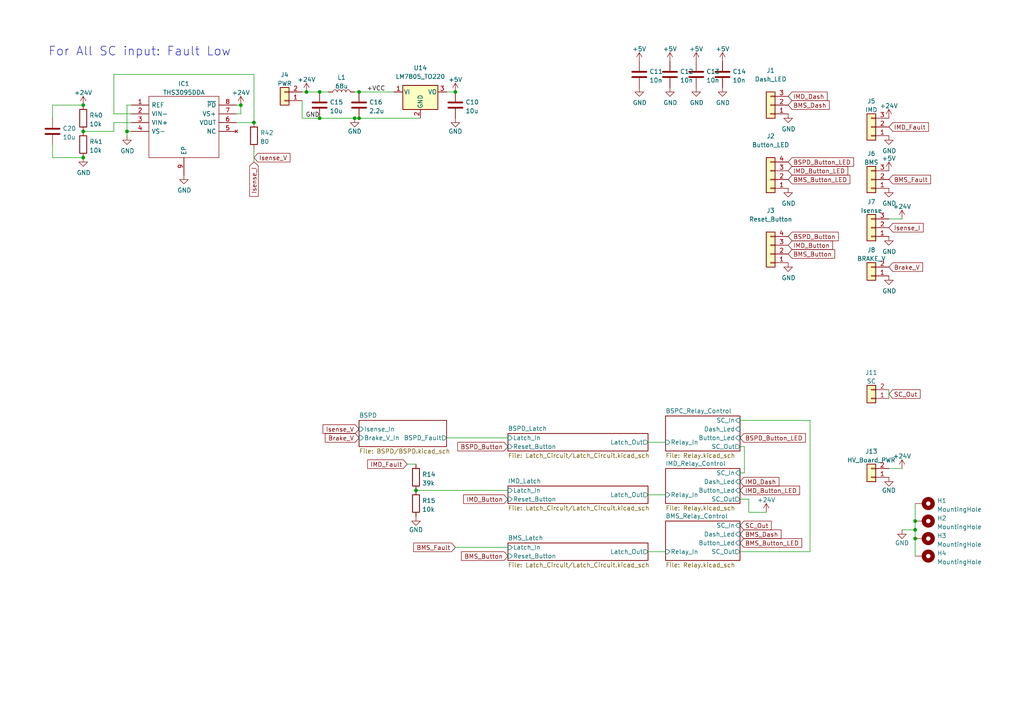
<source format=kicad_sch>
(kicad_sch (version 20230121) (generator eeschema)
  (paper "A4")
  (title_block (title "HV Board") (date "2022-03-16") (rev "Shih-Kang, Wu") (company "NTU Racing Team PowerTrain Group"))
  (lib_symbols
    (symbol "Connector_Generic:Conn_01x02" (pin_names (offset 1.016) hide)
      (property "Reference" "J" (at 0 2.54 0))
      (property "Value" "Conn_01x02" (at 0 -5.08 0))
      (symbol "Conn_01x02_1_1"
        (rectangle (start -1.27 -2.413) (end 0 -2.667) (stroke (width 0.1524)))
        (rectangle (start -1.27 0.127) (end 0 -0.127) (stroke (width 0.1524)))
        (rectangle (start -1.27 1.27) (end 1.27 -3.81) (stroke (width 0.254)) (fill (type background)))
        (pin passive line (at -5.08 0 0) (length 3.81) (name "Pin_1") (number "1"))
        (pin passive line (at -5.08 -2.54 0) (length 3.81) (name "Pin_2") (number "2"))
      )
    )
    (symbol "Connector_Generic:Conn_01x03" (pin_names (offset 1.016) hide)
      (property "Reference" "J" (at 0 5.08 0))
      (property "Value" "Conn_01x03" (at 0 -5.08 0))
      (symbol "Conn_01x03_1_1"
        (rectangle (start -1.27 -2.413) (end 0 -2.667) (stroke (width 0.1524)))
        (rectangle (start -1.27 0.127) (end 0 -0.127) (stroke (width 0.1524)))
        (rectangle (start -1.27 2.667) (end 0 2.413) (stroke (width 0.1524)))
        (rectangle (start -1.27 3.81) (end 1.27 -3.81) (stroke (width 0.254)) (fill (type background)))
        (pin passive line (at -5.08 2.54 0) (length 3.81) (name "Pin_1") (number "1"))
        (pin passive line (at -5.08 0 0) (length 3.81) (name "Pin_2") (number "2"))
        (pin passive line (at -5.08 -2.54 0) (length 3.81) (name "Pin_3") (number "3"))
      )
    )
    (symbol "Connector_Generic:Conn_01x04" (pin_names (offset 1.016) hide)
      (property "Reference" "J" (at 0 5.08 0))
      (property "Value" "Conn_01x04" (at 0 -7.62 0))
      (symbol "Conn_01x04_1_1"
        (rectangle (start -1.27 -4.953) (end 0 -5.207) (stroke (width 0.1524)))
        (rectangle (start -1.27 -2.413) (end 0 -2.667) (stroke (width 0.1524)))
        (rectangle (start -1.27 0.127) (end 0 -0.127) (stroke (width 0.1524)))
        (rectangle (start -1.27 2.667) (end 0 2.413) (stroke (width 0.1524)))
        (rectangle (start -1.27 3.81) (end 1.27 -6.35) (stroke (width 0.254)) (fill (type background)))
        (pin passive line (at -5.08 2.54 0) (length 3.81) (name "Pin_1") (number "1"))
        (pin passive line (at -5.08 0 0) (length 3.81) (name "Pin_2") (number "2"))
        (pin passive line (at -5.08 -2.54 0) (length 3.81) (name "Pin_3") (number "3"))
        (pin passive line (at -5.08 -5.08 0) (length 3.81) (name "Pin_4") (number "4"))
      )
    )
    (symbol "Device:C" (pin_numbers hide) (pin_names (offset 0.254))
      (property "Reference" "C" (at 0.635 2.54 0))
      (property "Value" "C" (at 0.635 -2.54 0))
      (symbol "C_0_1"
        (polyline (pts (xy -2.032 -0.762) (xy 2.032 -0.762)) (stroke (width 0.508)))
        (polyline (pts (xy -2.032 0.762) (xy 2.032 0.762)) (stroke (width 0.508)))
      )
      (symbol "C_1_1"
        (pin passive line (at 0 3.81 270) (length 2.794) (name "~") (number "1"))
        (pin passive line (at 0 -3.81 90) (length 2.794) (name "~") (number "2"))
      )
    )
    (symbol "Device:L" (pin_numbers hide) (pin_names (offset 1.016) hide)
      (property "Reference" "L" (at -1.27 0 90))
      (property "Value" "L" (at 1.905 0 90))
      (symbol "L_0_1"
        (arc (start 0 -2.54) (mid 0.6323 -1.905) (end 0 -1.27))
        (arc (start 0 -1.27) (mid 0.6323 -0.635) (end 0 0))
        (arc (start 0 0) (mid 0.6323 0.635) (end 0 1.27))
        (arc (start 0 1.27) (mid 0.6323 1.905) (end 0 2.54))
      )
      (symbol "L_1_1"
        (pin passive line (at 0 3.81 270) (length 1.27) (name "1") (number "1"))
        (pin passive line (at 0 -3.81 90) (length 1.27) (name "2") (number "2"))
      )
    )
    (symbol "Device:R" (pin_numbers hide) (pin_names (offset 0))
      (property "Reference" "R" (at 2.032 0 90))
      (property "Value" "R" (at 0 0 90))
      (symbol "R_0_1"
        (rectangle (start -1.016 -2.54) (end 1.016 2.54) (stroke (width 0.254)))
      )
      (symbol "R_1_1"
        (pin passive line (at 0 3.81 270) (length 1.27) (name "~") (number "1"))
        (pin passive line (at 0 -3.81 90) (length 1.27) (name "~") (number "2"))
      )
    )
    (symbol "Mechanical:MountingHole_Pad" (pin_numbers hide) (pin_names (offset 1.016) hide)
      (property "Reference" "H" (at 0 6.35 0))
      (property "Value" "MountingHole_Pad" (at 0 4.445 0))
      (symbol "MountingHole_Pad_0_1"
        (circle (center 0 1.27) (radius 1.27) (stroke (width 1.27)))
      )
      (symbol "MountingHole_Pad_1_1"
        (pin input line (at 0 -2.54 90) (length 2.54) (name "1") (number "1"))
      )
    )
    (symbol "Regulator_Linear:LM7805_TO220" (pin_names (offset 0.254))
      (property "Reference" "U" (at -3.81 3.175 0))
      (property "Value" "LM7805_TO220" (at 0 3.175 0))
      (symbol "LM7805_TO220_0_1"
        (rectangle (start -5.08 1.905) (end 5.08 -5.08) (stroke (width 0.254)) (fill (type background)))
      )
      (symbol "LM7805_TO220_1_1"
        (pin power_in line (at -7.62 0 0) (length 2.54) (name "VI") (number "1"))
        (pin power_in line (at 0 -7.62 90) (length 2.54) (name "GND") (number "2"))
        (pin power_out line (at 7.62 0 180) (length 2.54) (name "VO") (number "3"))
      )
    )
    (symbol "SamacSys_Parts:THS3095DDA" (pin_names (offset 0.762))
      (property "Reference" "IC" (at 26.67 7.62 0))
      (property "Value" "THS3095DDA" (at 26.67 5.08 0))
      (symbol "THS3095DDA_0_0"
        (pin passive line (at 0 0 0) (length 5.08) (name "REF") (number "1"))
        (pin passive line (at 0 -2.54 0) (length 5.08) (name "VIN-") (number "2"))
        (pin passive line (at 0 -5.08 0) (length 5.08) (name "VIN+") (number "3"))
        (pin passive line (at 0 -7.62 0) (length 5.08) (name "VS-") (number "4"))
        (pin no_connect line (at 30.48 -7.62 180) (length 5.08) (name "NC") (number "5"))
        (pin passive line (at 30.48 -5.08 180) (length 5.08) (name "VOUT") (number "6"))
        (pin passive line (at 30.48 -2.54 180) (length 5.08) (name "VS+") (number "7"))
        (pin passive line (at 30.48 0 180) (length 5.08) (name "~{PD}") (number "8"))
        (pin passive line (at 15.24 -20.32 90) (length 5.08) (name "EP") (number "9"))
      )
      (symbol "THS3095DDA_0_1"
        (polyline (pts (xy 5.08 2.54) (xy 25.4 2.54) (xy 25.4 -15.24) (xy 5.08 -15.24) (xy 5.08 2.54)) (stroke (width 0.1524)))
      )
    )
    (symbol "power:+24V" (power) (pin_names (offset 0))
      (property "Value" "+24V" (at 0 3.556 0))
      (symbol "+24V_0_1"
        (polyline (pts (xy -0.762 1.27) (xy 0 2.54)))
        (polyline (pts (xy 0 0) (xy 0 2.54)))
        (polyline (pts (xy 0 2.54) (xy 0.762 1.27)))
      )
      (symbol "+24V_1_1"
        (pin power_in line (at 0 0 90) (length 0) hide (name "+24V") (number "1"))
      )
    )
    (symbol "power:+5V" (power) (pin_names (offset 0))
      (property "Value" "+5V" (at 0 3.556 0))
      (symbol "+5V_0_1"
        (polyline (pts (xy -0.762 1.27) (xy 0 2.54)))
        (polyline (pts (xy 0 0) (xy 0 2.54)))
        (polyline (pts (xy 0 2.54) (xy 0.762 1.27)))
      )
      (symbol "+5V_1_1"
        (pin power_in line (at 0 0 90) (length 0) hide (name "+5V") (number "1"))
      )
    )
    (symbol "power:GND" (power) (pin_names (offset 0))
      (property "Value" "GND" (at 0 -3.81 0))
      (symbol "GND_0_1"
        (polyline (pts (xy 0 0) (xy 0 -1.27) (xy 1.27 -1.27) (xy 0 -2.54) (xy -1.27 -1.27) (xy 0 -1.27)))
      )
      (symbol "GND_1_1"
        (pin power_in line (at 0 0 270) (length 0) hide (name "GND") (number "1"))
      )
    )
  )
  (junction (at 132.08 26.67))
  (junction (at 73.66 35.56))
  (junction (at 24.13 38.1))
  (junction (at 24.13 45.72))
  (junction (at 104.14 26.67))
  (junction (at 88.9 26.67))
  (junction (at 104.14 34.29))
  (junction (at 265.43 151.13))
  (junction (at 265.43 153.67))
  (junction (at 24.13 30.48))
  (junction (at 69.85 30.48))
  (junction (at 120.65 142.24))
  (junction (at 265.43 156.21))
  (junction (at 36.83 38.1))
  (junction (at 92.71 34.29))
  (junction (at 102.87 34.29))
  (junction (at 92.71 26.67))
  (wire (pts (xy 69.85 30.48) (xy 68.58 30.48)))
  (wire (pts (xy 92.71 34.29) (xy 102.87 34.29)))
  (wire (pts (xy 187.96 128.27) (xy 193.04 128.27)))
  (wire (pts (xy 118.11 134.62) (xy 120.65 134.62)))
  (wire (pts (xy 68.58 33.02) (xy 69.85 33.02)))
  (wire (pts (xy 104.14 34.29) (xy 102.87 34.29)))
  (wire (pts (xy 214.63 121.92) (xy 234.95 121.92)))
  (wire (pts (xy 95.25 26.67) (xy 92.71 26.67)))
  (wire (pts (xy 33.02 33.02) (xy 33.02 21.59)))
  (wire (pts (xy 36.83 38.1) (xy 36.83 39.37)))
  (wire (pts (xy 187.96 160.02) (xy 193.04 160.02)))
  (wire (pts (xy 214.63 137.16) (xy 215.9 137.16)))
  (wire (pts (xy 187.96 143.51) (xy 193.04 143.51)))
  (wire (pts (xy 257.81 63.5) (xy 261.62 63.5)))
  (wire (pts (xy 265.43 153.67) (xy 265.43 151.13)))
  (wire (pts (xy 69.85 33.02) (xy 69.85 30.48)))
  (wire (pts (xy 92.71 26.67) (xy 88.9 26.67)))
  (wire (pts (xy 15.24 41.91) (xy 15.24 45.72)))
  (wire (pts (xy 217.17 148.59) (xy 217.17 144.78)))
  (wire (pts (xy 257.81 113.03) (xy 257.81 115.57)))
  (wire (pts (xy 217.17 144.78) (xy 214.63 144.78)))
  (wire (pts (xy 265.43 153.67) (xy 265.43 156.21)))
  (wire (pts (xy 15.24 45.72) (xy 24.13 45.72)))
  (wire (pts (xy 15.24 30.48) (xy 15.24 34.29)))
  (wire (pts (xy 265.43 151.13) (xy 265.43 146.05)))
  (wire (pts (xy 104.14 34.29) (xy 121.92 34.29)))
  (wire (pts (xy 104.14 26.67) (xy 114.3 26.67)))
  (wire (pts (xy 73.66 21.59) (xy 73.66 35.56)))
  (wire (pts (xy 120.65 142.24) (xy 147.32 142.24)))
  (wire (pts (xy 234.95 160.02) (xy 214.63 160.02)))
  (wire (pts (xy 234.95 121.92) (xy 234.95 160.02)))
  (wire (pts (xy 24.13 30.48) (xy 15.24 30.48)))
  (wire (pts (xy 87.63 26.67) (xy 88.9 26.67)))
  (wire (pts (xy 261.62 153.67) (xy 265.43 153.67)))
  (wire (pts (xy 36.83 30.48) (xy 36.83 38.1)))
  (wire (pts (xy 87.63 34.29) (xy 92.71 34.29)))
  (wire (pts (xy 38.1 33.02) (xy 33.02 33.02)))
  (wire (pts (xy 38.1 35.56) (xy 33.02 35.56)))
  (wire (pts (xy 33.02 38.1) (xy 24.13 38.1)))
  (wire (pts (xy 132.08 158.75) (xy 147.32 158.75)))
  (wire (pts (xy 102.87 26.67) (xy 104.14 26.67)))
  (wire (pts (xy 73.66 35.56) (xy 68.58 35.56)))
  (wire (pts (xy 87.63 29.21) (xy 87.63 34.29)))
  (wire (pts (xy 257.81 135.89) (xy 261.62 135.89)))
  (wire (pts (xy 129.54 127) (xy 147.32 127)))
  (wire (pts (xy 36.83 38.1) (xy 38.1 38.1)))
  (wire (pts (xy 222.25 148.59) (xy 217.17 148.59)))
  (wire (pts (xy 215.9 137.16) (xy 215.9 129.54)))
  (wire (pts (xy 265.43 156.21) (xy 265.43 161.29)))
  (wire (pts (xy 129.54 26.67) (xy 132.08 26.67)))
  (wire (pts (xy 33.02 35.56) (xy 33.02 38.1)))
  (wire (pts (xy 73.66 43.18) (xy 73.66 46.99)))
  (wire (pts (xy 33.02 21.59) (xy 73.66 21.59)))
  (wire (pts (xy 36.83 30.48) (xy 38.1 30.48)))
  (wire (pts (xy 215.9 129.54) (xy 214.63 129.54)))
  (text "For All SC input: Fault Low\n" (at 13.97 16.51 0) (effects (font (size 2.54 2.54)) (justify left bottom)))
  (label "+VCC" (at 111.76 26.67 180))
  (label "GND" (at 92.71 34.29 180))
  (global_label "BMS_Dash" (shape input) (at 214.63 154.94 0) (property "Intersheetrefs" "${INTERSHEET_REFS}" (effects hide)))
  (global_label "IMD_Button" (shape input) (at 228.6 71.12 0) (property "Intersheetrefs" "${INTERSHEET_REFS}" (effects hide)))
  (global_label "IMD_Button_LED" (shape input) (at 214.63 142.24 0) (property "Intersheetrefs" "${INTERSHEET_REFS}" (effects hide)))
  (global_label "SC_Out" (shape input) (at 257.81 114.3 0) (property "Intersheetrefs" "${INTERSHEET_REFS}" (effects hide)))
  (global_label "BMS_Button" (shape input) (at 147.32 161.29 180) (property "Intersheetrefs" "${INTERSHEET_REFS}" (effects hide)))
  (global_label "BMS_Button_LED" (shape input) (at 214.63 157.48 0) (property "Intersheetrefs" "${INTERSHEET_REFS}" (effects hide)))
  (global_label "Isense_I" (shape input) (at 257.81 66.04 0) (property "Intersheetrefs" "${INTERSHEET_REFS}" (effects hide)))
  (global_label "BMS_Dash" (shape input) (at 228.6 30.48 0) (property "Intersheetrefs" "${INTERSHEET_REFS}" (effects hide)))
  (global_label "BMS_Fault" (shape input) (at 132.08 158.75 180) (property "Intersheetrefs" "${INTERSHEET_REFS}" (effects hide)))
  (global_label "IMD_Dash" (shape input) (at 228.6 27.94 0) (property "Intersheetrefs" "${INTERSHEET_REFS}" (effects hide)))
  (global_label "IMD_Button_LED" (shape input) (at 228.6 49.53 0) (property "Intersheetrefs" "${INTERSHEET_REFS}" (effects hide)))
  (global_label "BSPD_Button_LED" (shape input) (at 214.63 127 0) (property "Intersheetrefs" "${INTERSHEET_REFS}" (effects hide)))
  (global_label "Brake_V" (shape input) (at 257.81 77.47 0) (property "Intersheetrefs" "${INTERSHEET_REFS}" (effects hide)))
  (global_label "IMD_Dash" (shape input) (at 214.63 139.7 0) (property "Intersheetrefs" "${INTERSHEET_REFS}" (effects hide)))
  (global_label "Isense_V" (shape input) (at 73.66 45.72 0) (property "Intersheetrefs" "${INTERSHEET_REFS}" (effects hide)))
  (global_label "IMD_Fault" (shape input) (at 257.81 36.83 0) (property "Intersheetrefs" "${INTERSHEET_REFS}" (effects hide)))
  (global_label "IMD_Button" (shape input) (at 147.32 144.78 180) (property "Intersheetrefs" "${INTERSHEET_REFS}" (effects hide)))
  (global_label "BSPD_Button" (shape input) (at 147.32 129.54 180) (property "Intersheetrefs" "${INTERSHEET_REFS}" (effects hide)))
  (global_label "BMS_Button_LED" (shape input) (at 228.6 52.07 0) (property "Intersheetrefs" "${INTERSHEET_REFS}" (effects hide)))
  (global_label "BMS_Button" (shape input) (at 228.6 73.66 0) (property "Intersheetrefs" "${INTERSHEET_REFS}" (effects hide)))
  (global_label "IMD_Fault" (shape input) (at 118.11 134.62 180) (property "Intersheetrefs" "${INTERSHEET_REFS}" (effects hide)))
  (global_label "BSPD_Button" (shape input) (at 228.6 68.58 0) (property "Intersheetrefs" "${INTERSHEET_REFS}" (effects hide)))
  (global_label "BSPD_Button_LED" (shape input) (at 228.6 46.99 0) (property "Intersheetrefs" "${INTERSHEET_REFS}" (effects hide)))
  (global_label "Isense_V" (shape input) (at 104.14 124.46 180) (property "Intersheetrefs" "${INTERSHEET_REFS}" (effects hide)))
  (global_label "Isense_I" (shape input) (at 73.66 46.99 270) (property "Intersheetrefs" "${INTERSHEET_REFS}" (effects hide)))
  (global_label "Brake_V" (shape input) (at 104.14 127 180) (property "Intersheetrefs" "${INTERSHEET_REFS}" (effects hide)))
  (global_label "BMS_Fault" (shape input) (at 257.81 52.07 0) (property "Intersheetrefs" "${INTERSHEET_REFS}" (effects hide)))
  (global_label "SC_Out" (shape input) (at 214.63 152.4 0) (property "Intersheetrefs" "${INTERSHEET_REFS}" (effects hide)))
  (symbol (lib_id "Device:R") (at 73.66 39.37 0) (unit 1)
    (property "Reference" "R42" (at 75.438 38.5353 0) (effects (justify left)))
    (property "Value" "80" (at 75.438 41.0722 0) (effects (justify left)))
    (property "Footprint" "Resistor_THT:R_Axial_Power_L38.0mm_W6.4mm_P40.64mm" (effects hide))
  )
  (symbol (lib_id "Device:R") (at 24.13 41.91 0) (unit 1)
    (property "Reference" "R41" (at 25.908 41.0753 0) (effects (justify left)))
    (property "Value" "10k" (at 25.908 43.6122 0) (effects (justify left)))
    (property "Footprint" "Resistor_SMD:R_0805_2012Metric_Pad1.20x1.40mm_HandSolder" (effects hide))
  )
  (symbol (lib_id "power:GND") (at 228.6 54.61 0) (unit 1)
    (property "Reference" "#PWR02" (effects hide))
    (property "Value" "GND" (at 228.727 59.0042 0))
  )
  (symbol (lib_id "power:GND") (at 228.6 76.2 0) (unit 1)
    (property "Reference" "#PWR03" (effects hide))
    (property "Value" "GND" (at 228.727 80.5942 0))
  )
  (symbol (lib_id "Connector_Generic:Conn_01x02") (at 252.73 80.01 180) (unit 1)
    (property "Reference" "J8" (at 252.73 72.5002 0))
    (property "Value" "BRAKE_V" (at 252.73 75.0371 0))
    (property "Footprint" "Connector_JST:JST_PH_B2B-PH-K_1x02_P2.00mm_Vertical" (effects hide))
  )
  (symbol (lib_id "Mechanical:MountingHole_Pad") (at 267.97 161.29 270) (unit 1)
    (property "Reference" "H4" (at 271.78 160.4553 90) (effects (justify left)))
    (property "Value" "MountingHole" (at 271.78 162.9922 90) (effects (justify left)))
    (property "Footprint" "MountingHole:MountingHole_4.3mm_M4_Pad_Via" (effects hide))
  )
  (symbol (lib_id "power:+5V") (at 132.08 26.67 0) (unit 1)
    (property "Reference" "#PWR016" (effects hide))
    (property "Value" "+5V" (at 132.08 23.0942 0))
  )
  (symbol (lib_id "power:+5V") (at 185.42 17.78 0) (unit 1)
    (property "Reference" "#PWR0118" (effects hide))
    (property "Value" "+5V" (at 185.42 14.2042 0))
  )
  (symbol (lib_id "power:GND") (at 120.65 149.86 0) (unit 1)
    (property "Reference" "#PWR09" (effects hide))
    (property "Value" "GND" (at 120.65 153.67 0))
  )
  (symbol (lib_id "Device:C") (at 194.31 21.59 0) (unit 1)
    (property "Reference" "C12" (at 197.231 20.7553 0) (effects (justify left)))
    (property "Value" "10n" (at 197.231 23.2922 0) (effects (justify left)))
    (property "Footprint" "Capacitor_SMD:C_0805_2012Metric_Pad1.18x1.45mm_HandSolder" (effects hide))
  )
  (symbol (lib_id "power:GND") (at 257.81 68.58 0) (unit 1)
    (property "Reference" "#PWR06" (effects hide))
    (property "Value" "GND" (at 257.937 72.9742 0))
  )
  (symbol (lib_id "Connector_Generic:Conn_01x02") (at 252.73 115.57 180) (unit 1)
    (property "Reference" "J11" (at 252.73 108.0602 0))
    (property "Value" "SC" (at 252.73 110.5971 0))
    (property "Footprint" "Connector_JST:JST_PH_B2B-PH-K_1x02_P2.00mm_Vertical" (effects hide))
  )
  (symbol (lib_id "Device:C") (at 209.55 21.59 0) (unit 1)
    (property "Reference" "C14" (at 212.471 20.7553 0) (effects (justify left)))
    (property "Value" "10n" (at 212.471 23.2922 0) (effects (justify left)))
    (property "Footprint" "Capacitor_SMD:C_0805_2012Metric_Pad1.18x1.45mm_HandSolder" (effects hide))
  )
  (symbol (lib_id "Device:R") (at 120.65 138.43 0) (unit 1)
    (property "Reference" "R14" (at 122.428 137.5953 0) (effects (justify left)))
    (property "Value" "39k" (at 122.428 140.1322 0) (effects (justify left)))
    (property "Footprint" "Resistor_SMD:R_0805_2012Metric_Pad1.20x1.40mm_HandSolder" (effects hide))
  )
  (symbol (lib_id "power:+5V") (at 257.81 49.53 0) (unit 1)
    (property "Reference" "#PWR0114" (effects hide))
    (property "Value" "+5V" (at 257.81 45.9542 0))
  )
  (symbol (lib_id "power:+24V") (at 24.13 30.48 0) (unit 1)
    (property "Reference" "#PWR0129" (effects hide))
    (property "Value" "+24V" (at 24.13 26.9042 0))
  )
  (symbol (lib_id "power:GND") (at 257.81 80.01 0) (unit 1)
    (property "Reference" "#PWR07" (effects hide))
    (property "Value" "GND" (at 257.937 84.4042 0))
  )
  (symbol (lib_id "Mechanical:MountingHole_Pad") (at 267.97 146.05 270) (unit 1)
    (property "Reference" "H1" (at 271.78 145.2153 90) (effects (justify left)))
    (property "Value" "MountingHole" (at 271.78 147.7522 90) (effects (justify left)))
    (property "Footprint" "MountingHole:MountingHole_4.3mm_M4_Pad_Via" (effects hide))
  )
  (symbol (lib_id "power:GND") (at 228.6 33.02 0) (unit 1)
    (property "Reference" "#PWR01" (effects hide))
    (property "Value" "GND" (at 228.727 37.4142 0))
  )
  (symbol (lib_id "Mechanical:MountingHole_Pad") (at 267.97 151.13 270) (unit 1)
    (property "Reference" "H2" (at 271.78 150.2953 90) (effects (justify left)))
    (property "Value" "MountingHole" (at 271.78 152.8322 90) (effects (justify left)))
    (property "Footprint" "MountingHole:MountingHole_4.3mm_M4_Pad_Via" (effects hide))
  )
  (symbol (lib_id "Device:C") (at 185.42 21.59 0) (unit 1)
    (property "Reference" "C11" (at 188.341 20.7553 0) (effects (justify left)))
    (property "Value" "10n" (at 188.341 23.2922 0) (effects (justify left)))
    (property "Footprint" "Capacitor_SMD:C_0805_2012Metric_Pad1.18x1.45mm_HandSolder" (effects hide))
  )
  (symbol (lib_id "power:+24V") (at 222.25 148.59 0) (unit 1)
    (property "Reference" "#PWR0138" (effects hide))
    (property "Value" "+24V" (at 222.25 145.0142 0))
  )
  (symbol (lib_id "SamacSys_Parts:THS3095DDA") (at 38.1 30.48 0) (unit 1)
    (property "Reference" "IC1" (at 53.34 24.291 0))
    (property "Value" "THS3095DDA" (at 53.34 26.8279 0))
    (property "Footprint" "SamacSys_Parts:SOIC127P600X170-9N" (effects hide))
    (property "Datasheet" "http://www.ti.com/lit/gpn/ths3095" (effects hide))
    (property "Description" "Single- High-Voltage, Low Distortion, Current-Feedback Operational Amplifier with Power-down" (effects hide))
    (property "Height" "1.7" (effects hide))
    (property "Mouser Part Number" "595-THS3095DDA" (effects hide))
    (property "Mouser Price/Stock" "https://www.mouser.co.uk/ProductDetail/Texas-Instruments/THS3095DDA?qs=ZmJdcv7QZ9qkrGkrje%2FO8g%3D%3D" (effects hide))
    (property "Manufacturer_Name" "Texas Instruments" (effects hide))
    (property "Manufacturer_Part_Number" "THS3095DDA" (effects hide))
  )
  (symbol (lib_id "power:GND") (at 36.83 39.37 0) (unit 1)
    (property "Reference" "#PWR0128" (effects hide))
    (property "Value" "GND" (at 36.957 43.7642 0))
  )
  (symbol (lib_id "power:+24V") (at 261.62 63.5 0) (unit 1)
    (property "Reference" "#PWR0126" (effects hide))
    (property "Value" "+24V" (at 261.62 59.9242 0))
  )
  (symbol (lib_id "power:GND") (at 53.34 50.8 0) (unit 1)
    (property "Reference" "#PWR0137" (effects hide))
    (property "Value" "GND" (at 53.467 55.1942 0))
  )
  (symbol (lib_id "power:+24V") (at 261.62 135.89 0) (unit 1)
    (property "Reference" "#PWR014" (effects hide))
    (property "Value" "+24V" (at 261.62 132.3142 0))
  )
  (symbol (lib_id "power:GND") (at 201.93 25.4 0) (unit 1)
    (property "Reference" "#PWR0123" (effects hide))
    (property "Value" "GND" (at 202.057 29.7942 0))
  )
  (symbol (lib_id "Connector_Generic:Conn_01x04") (at 223.52 73.66 180) (unit 1)
    (property "Reference" "J3" (at 223.52 61.0702 0))
    (property "Value" "Reset_Button" (at 223.52 63.6071 0))
    (property "Footprint" "Connector_JST:JST_PH_B4B-PH-K_1x04_P2.00mm_Vertical" (effects hide))
  )
  (symbol (lib_id "power:GND") (at 185.42 25.4 0) (unit 1)
    (property "Reference" "#PWR0119" (effects hide))
    (property "Value" "GND" (at 185.547 29.7942 0))
  )
  (symbol (lib_id "Regulator_Linear:LM7805_TO220") (at 121.92 26.67 0) (unit 1)
    (property "Reference" "U14" (at 121.92 19.685 0))
    (property "Value" "LM7805_TO220" (at 121.92 22.225 0))
    (property "Footprint" "Package_TO_SOT_THT:TO-220-3_Vertical" (effects hide))
    (property "Datasheet" "https://www.onsemi.cn/PowerSolutions/document/MC7800-D.PDF" (effects hide))
  )
  (symbol (lib_id "Connector_Generic:Conn_01x02") (at 252.73 138.43 180) (unit 1)
    (property "Reference" "J13" (at 252.73 130.9202 0))
    (property "Value" "HV_Board_PWR" (at 252.73 133.4571 0))
    (property "Footprint" "Connector_JST:JST_PH_B2B-PH-K_1x02_P2.00mm_Vertical" (effects hide))
  )
  (symbol (lib_id "power:GND") (at 257.81 138.43 0) (unit 1)
    (property "Reference" "#PWR011" (effects hide))
    (property "Value" "GND" (at 257.81 142.24 0))
  )
  (symbol (lib_id "Connector_Generic:Conn_01x03") (at 223.52 30.48 180) (unit 1)
    (property "Reference" "J1" (at 223.52 20.4302 0))
    (property "Value" "Dash_LED" (at 223.52 22.9671 0))
    (property "Footprint" "Connector_JST:JST_PH_B3B-PH-K_1x03_P2.00mm_Vertical" (effects hide))
  )
  (symbol (lib_id "Device:R") (at 120.65 146.05 0) (unit 1)
    (property "Reference" "R15" (at 122.428 145.2153 0) (effects (justify left)))
    (property "Value" "10k" (at 122.428 147.7522 0) (effects (justify left)))
    (property "Footprint" "Resistor_SMD:R_0805_2012Metric_Pad1.20x1.40mm_HandSolder" (effects hide))
  )
  (symbol (lib_id "Device:C") (at 201.93 21.59 0) (unit 1)
    (property "Reference" "C13" (at 204.851 20.7553 0) (effects (justify left)))
    (property "Value" "10n" (at 204.851 23.2922 0) (effects (justify left)))
    (property "Footprint" "Capacitor_SMD:C_0805_2012Metric_Pad1.18x1.45mm_HandSolder" (effects hide))
  )
  (symbol (lib_id "power:GND") (at 24.13 45.72 0) (unit 1)
    (property "Reference" "#PWR0130" (effects hide))
    (property "Value" "GND" (at 24.257 50.1142 0))
  )
  (symbol (lib_id "Connector_Generic:Conn_01x03") (at 252.73 66.04 180) (unit 1)
    (property "Reference" "J7" (at 252.73 58.5302 0))
    (property "Value" "Isense" (at 252.73 61.0671 0))
    (property "Footprint" "Connector_JST:JST_PH_B3B-PH-K_1x03_P2.00mm_Vertical" (effects hide))
  )
  (symbol (lib_id "power:+24V") (at 257.81 34.29 0) (unit 1)
    (property "Reference" "#PWR0141" (effects hide))
    (property "Value" "+24V" (at 257.81 30.7142 0))
  )
  (symbol (lib_id "power:GND") (at 132.08 34.29 0) (unit 1)
    (property "Reference" "#PWR08" (effects hide))
    (property "Value" "GND" (at 132.08 38.1 0))
  )
  (symbol (lib_id "power:+24V") (at 88.9 26.67 0) (unit 1)
    (property "Reference" "#PWR012" (effects hide))
    (property "Value" "+24V" (at 88.9 23.0942 0))
  )
  (symbol (lib_id "power:+5V") (at 201.93 17.78 0) (unit 1)
    (property "Reference" "#PWR0122" (effects hide))
    (property "Value" "+5V" (at 201.93 14.2042 0))
  )
  (symbol (lib_id "Device:C") (at 104.14 30.48 0) (unit 1)
    (property "Reference" "C16" (at 107.061 29.6453 0) (effects (justify left)))
    (property "Value" "2.2u" (at 107.061 32.1822 0) (effects (justify left)))
    (property "Footprint" "Capacitor_SMD:C_1206_3216Metric_Pad1.33x1.80mm_HandSolder" (effects hide))
  )
  (symbol (lib_id "Mechanical:MountingHole_Pad") (at 267.97 156.21 270) (unit 1)
    (property "Reference" "H3" (at 271.78 155.3753 90) (effects (justify left)))
    (property "Value" "MountingHole" (at 271.78 157.9122 90) (effects (justify left)))
    (property "Footprint" "MountingHole:MountingHole_4.3mm_M4_Pad_Via" (effects hide))
  )
  (symbol (lib_id "power:+24V") (at 69.85 30.48 0) (unit 1)
    (property "Reference" "#PWR0127" (effects hide))
    (property "Value" "+24V" (at 69.85 26.9042 0))
  )
  (symbol (lib_id "Connector_Generic:Conn_01x03") (at 252.73 52.07 180) (unit 1)
    (property "Reference" "J6" (at 252.73 44.5602 0))
    (property "Value" "BMS" (at 252.73 47.0971 0))
    (property "Footprint" "Connector_JST:JST_PH_B3B-PH-K_1x03_P2.00mm_Vertical" (effects hide))
  )
  (symbol (lib_id "power:+5V") (at 209.55 17.78 0) (unit 1)
    (property "Reference" "#PWR0124" (effects hide))
    (property "Value" "+5V" (at 209.55 14.2042 0))
  )
  (symbol (lib_id "Device:C") (at 15.24 38.1 0) (unit 1)
    (property "Reference" "C20" (at 18.161 37.2653 0) (effects (justify left)))
    (property "Value" "10u" (at 18.161 39.8022 0) (effects (justify left)))
    (property "Footprint" "Capacitor_SMD:C_1206_3216Metric_Pad1.33x1.80mm_HandSolder" (effects hide))
  )
  (symbol (lib_id "Device:C") (at 92.71 30.48 0) (unit 1)
    (property "Reference" "C15" (at 95.631 29.6453 0) (effects (justify left)))
    (property "Value" "10u" (at 95.631 32.1822 0) (effects (justify left)))
    (property "Footprint" "Capacitor_SMD:C_1206_3216Metric_Pad1.33x1.80mm_HandSolder" (effects hide))
  )
  (symbol (lib_id "Device:R") (at 24.13 34.29 0) (unit 1)
    (property "Reference" "R40" (at 25.908 33.4553 0) (effects (justify left)))
    (property "Value" "10k" (at 25.908 35.9922 0) (effects (justify left)))
    (property "Footprint" "Resistor_SMD:R_0805_2012Metric_Pad1.20x1.40mm_HandSolder" (effects hide))
  )
  (symbol (lib_id "Connector_Generic:Conn_01x04") (at 223.52 52.07 180) (unit 1)
    (property "Reference" "J2" (at 223.52 39.4802 0))
    (property "Value" "Button_LED" (at 223.52 42.0171 0))
    (property "Footprint" "Connector_JST:JST_PH_B4B-PH-K_1x04_P2.00mm_Vertical" (effects hide))
  )
  (symbol (lib_id "Connector_Generic:Conn_01x02") (at 82.55 29.21 180) (unit 1)
    (property "Reference" "J4" (at 82.55 21.7002 0))
    (property "Value" "PWR" (at 82.55 24.2371 0))
    (property "Footprint" "Connector_JST:JST_PH_B2B-PH-K_1x02_P2.00mm_Vertical" (effects hide))
  )
  (symbol (lib_id "power:GND") (at 257.81 54.61 0) (unit 1)
    (property "Reference" "#PWR05" (effects hide))
    (property "Value" "GND" (at 257.937 59.0042 0))
  )
  (symbol (lib_id "power:GND") (at 257.81 39.37 0) (unit 1)
    (property "Reference" "#PWR04" (effects hide))
    (property "Value" "GND" (at 257.937 43.7642 0))
  )
  (symbol (lib_id "power:GND") (at 209.55 25.4 0) (unit 1)
    (property "Reference" "#PWR0125" (effects hide))
    (property "Value" "GND" (at 209.677 29.7942 0))
  )
  (symbol (lib_id "power:+5V") (at 194.31 17.78 0) (unit 1)
    (property "Reference" "#PWR0120" (effects hide))
    (property "Value" "+5V" (at 194.31 14.2042 0))
  )
  (symbol (lib_id "Connector_Generic:Conn_01x03") (at 252.73 36.83 180) (unit 1)
    (property "Reference" "J5" (at 252.73 29.3202 0))
    (property "Value" "IMD" (at 252.73 31.8571 0))
    (property "Footprint" "Connector_JST:JST_PH_B3B-PH-K_1x03_P2.00mm_Vertical" (effects hide))
  )
  (symbol (lib_id "Device:C") (at 132.08 30.48 0) (unit 1)
    (property "Reference" "C10" (at 135.001 29.6453 0) (effects (justify left)))
    (property "Value" "10u" (at 135.001 32.1822 0) (effects (justify left)))
    (property "Footprint" "Capacitor_SMD:C_1206_3216Metric_Pad1.33x1.80mm_HandSolder" (effects hide))
  )
  (symbol (lib_id "power:GND") (at 194.31 25.4 0) (unit 1)
    (property "Reference" "#PWR0121" (effects hide))
    (property "Value" "GND" (at 194.437 29.7942 0))
  )
  (symbol (lib_id "Device:L") (at 99.06 26.67 90) (unit 1)
    (property "Reference" "L1" (at 99.06 22.4622 90))
    (property "Value" "68u" (at 99.06 24.9991 90))
    (property "Footprint" "SamacSys_Parts:RLS686" (effects hide))
  )
  (symbol (lib_id "power:GND") (at 102.87 34.29 0) (unit 1)
    (property "Reference" "#PWR015" (effects hide))
    (property "Value" "GND" (at 102.87 38.1 0))
  )
  (symbol (lib_id "power:GND") (at 261.62 153.67 0) (unit 1)
    (property "Reference" "#PWR0147" (effects hide))
    (property "Value" "GND" (at 261.62 157.48 0))
  )
  (sheet (at 104.14 121.92) (size 25.4 7.62) (stroke (width 0.1524))
    (property "Sheetname" "BSPD" (at 104.14 121.2084 0) (effects (justify left bottom)))
    (property "Sheetfile" "BSPD/BSPD.kicad_sch" (at 104.14 130.1246 0) (effects (justify left top)))
    (pin "BSPD_Fault" output (at 129.54 127 0))
    (pin "Isense_In" input (at 104.14 124.46 180))
    (pin "Brake_V_In" input (at 104.14 127 180))
  )
  (sheet (at 193.04 135.89) (size 21.59 10.16) (stroke (width 0.1524))
    (property "Sheetname" "IMD_Relay_Control" (at 193.04 135.1784 0) (effects (justify left bottom)))
    (property "Sheetfile" "Relay.kicad_sch" (at 193.04 146.6346 0) (effects (justify left top)))
    (pin "Relay_In" input (at 193.04 143.51 180))
    (pin "SC_In" input (at 214.63 137.16 0))
    (pin "SC_Out" output (at 214.63 144.78 0))
    (pin "Dash_Led" input (at 214.63 139.7 0))
    (pin "Button_Led" input (at 214.63 142.24 0))
  )
  (sheet (at 147.32 125.73) (size 40.64 5.08) (stroke (width 0.1524))
    (property "Sheetname" "BSPD_Latch" (at 147.32 125.0184 0) (effects (justify left bottom)))
    (property "Sheetfile" "Latch_Circuit/Latch_Circuit.kicad_sch" (at 147.32 131.3946 0) (effects (justify left top)))
    (pin "Latch_Out" output (at 187.96 128.27 0))
    (pin "Latch_In" input (at 147.32 127 180))
    (pin "Reset_Button" input (at 147.32 129.54 180))
  )
  (sheet (at 147.32 140.97) (size 40.64 5.08) (stroke (width 0.1524))
    (property "Sheetname" "IMD_Latch" (at 147.32 140.2584 0) (effects (justify left bottom)))
    (property "Sheetfile" "Latch_Circuit/Latch_Circuit.kicad_sch" (at 147.32 146.6346 0) (effects (justify left top)))
    (pin "Latch_Out" output (at 187.96 143.51 0))
    (pin "Latch_In" input (at 147.32 142.24 180))
    (pin "Reset_Button" input (at 147.32 144.78 180))
  )
  (sheet (at 193.04 151.13) (size 21.59 11.43) (stroke (width 0.1524))
    (property "Sheetname" "BMS_Relay_Control" (at 193.04 150.4184 0) (effects (justify left bottom)))
    (property "Sheetfile" "Relay.kicad_sch" (at 193.04 163.1446 0) (effects (justify left top)))
    (pin "Relay_In" input (at 193.04 160.02 180))
    (pin "SC_In" input (at 214.63 152.4 0))
    (pin "SC_Out" output (at 214.63 160.02 0))
    (pin "Dash_Led" input (at 214.63 154.94 0))
    (pin "Button_Led" input (at 214.63 157.48 0))
  )
  (sheet (at 147.32 157.48) (size 40.64 5.08) (stroke (width 0.1524))
    (property "Sheetname" "BMS_Latch" (at 147.32 156.7684 0) (effects (justify left bottom)))
    (property "Sheetfile" "Latch_Circuit/Latch_Circuit.kicad_sch" (at 147.32 163.1446 0) (effects (justify left top)))
    (pin "Latch_Out" output (at 187.96 160.02 0))
    (pin "Latch_In" input (at 147.32 158.75 180))
    (pin "Reset_Button" input (at 147.32 161.29 180))
  )
  (sheet (at 193.04 120.65) (size 21.59 10.16) (stroke (width 0.1524))
    (property "Sheetname" "BSPC_Relay_Control" (at 193.04 119.9384 0) (effects (justify left bottom)))
    (property "Sheetfile" "Relay.kicad_sch" (at 193.04 131.3946 0) (effects (justify left top)))
    (pin "Relay_In" input (at 193.04 128.27 180))
    (pin "SC_In" input (at 214.63 121.92 0))
    (pin "SC_Out" output (at 214.63 129.54 0))
    (pin "Dash_Led" input (at 214.63 124.46 0))
    (pin "Button_Led" input (at 214.63 127 0))
  )
)
</source>
